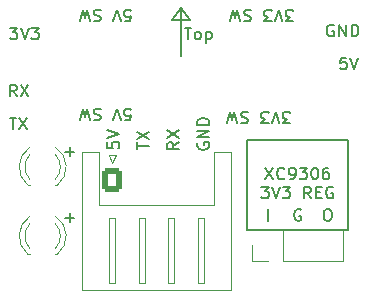
<source format=gbr>
%TF.GenerationSoftware,KiCad,Pcbnew,7.0.9*%
%TF.CreationDate,2025-01-19T19:17:31+09:00*%
%TF.ProjectId,07-OpenMV,30372d4f-7065-46e4-9d56-2e6b69636164,rev?*%
%TF.SameCoordinates,Original*%
%TF.FileFunction,Legend,Top*%
%TF.FilePolarity,Positive*%
%FSLAX46Y46*%
G04 Gerber Fmt 4.6, Leading zero omitted, Abs format (unit mm)*
G04 Created by KiCad (PCBNEW 7.0.9) date 2025-01-19 19:17:31*
%MOMM*%
%LPD*%
G01*
G04 APERTURE LIST*
G04 Aperture macros list*
%AMRoundRect*
0 Rectangle with rounded corners*
0 $1 Rounding radius*
0 $2 $3 $4 $5 $6 $7 $8 $9 X,Y pos of 4 corners*
0 Add a 4 corners polygon primitive as box body*
4,1,4,$2,$3,$4,$5,$6,$7,$8,$9,$2,$3,0*
0 Add four circle primitives for the rounded corners*
1,1,$1+$1,$2,$3*
1,1,$1+$1,$4,$5*
1,1,$1+$1,$6,$7*
1,1,$1+$1,$8,$9*
0 Add four rect primitives between the rounded corners*
20,1,$1+$1,$2,$3,$4,$5,0*
20,1,$1+$1,$4,$5,$6,$7,0*
20,1,$1+$1,$6,$7,$8,$9,0*
20,1,$1+$1,$8,$9,$2,$3,0*%
G04 Aperture macros list end*
%ADD10C,0.150000*%
%ADD11C,0.120000*%
%ADD12O,1.700000X1.950000*%
%ADD13RoundRect,0.250000X-0.600000X-0.725000X0.600000X-0.725000X0.600000X0.725000X-0.600000X0.725000X0*%
%ADD14C,1.524000*%
%ADD15C,1.800000*%
%ADD16O,1.700000X1.700000*%
%ADD17R,1.700000X1.700000*%
%ADD18R,1.800000X1.800000*%
G04 APERTURE END LIST*
D10*
X106045048Y-98040866D02*
X106806953Y-98040866D01*
X106426000Y-98421819D02*
X106426000Y-97659914D01*
X106045048Y-92452866D02*
X106806953Y-92452866D01*
X106426000Y-92833819D02*
X106426000Y-92071914D01*
X111093047Y-81394180D02*
X111569237Y-81394180D01*
X111569237Y-81394180D02*
X111616856Y-80917990D01*
X111616856Y-80917990D02*
X111569237Y-80965609D01*
X111569237Y-80965609D02*
X111473999Y-81013228D01*
X111473999Y-81013228D02*
X111235904Y-81013228D01*
X111235904Y-81013228D02*
X111140666Y-80965609D01*
X111140666Y-80965609D02*
X111093047Y-80917990D01*
X111093047Y-80917990D02*
X111045428Y-80822752D01*
X111045428Y-80822752D02*
X111045428Y-80584657D01*
X111045428Y-80584657D02*
X111093047Y-80489419D01*
X111093047Y-80489419D02*
X111140666Y-80441800D01*
X111140666Y-80441800D02*
X111235904Y-80394180D01*
X111235904Y-80394180D02*
X111473999Y-80394180D01*
X111473999Y-80394180D02*
X111569237Y-80441800D01*
X111569237Y-80441800D02*
X111616856Y-80489419D01*
X110759713Y-81394180D02*
X110426380Y-80394180D01*
X110426380Y-80394180D02*
X110093047Y-81394180D01*
X109045427Y-80441800D02*
X108902570Y-80394180D01*
X108902570Y-80394180D02*
X108664475Y-80394180D01*
X108664475Y-80394180D02*
X108569237Y-80441800D01*
X108569237Y-80441800D02*
X108521618Y-80489419D01*
X108521618Y-80489419D02*
X108473999Y-80584657D01*
X108473999Y-80584657D02*
X108473999Y-80679895D01*
X108473999Y-80679895D02*
X108521618Y-80775133D01*
X108521618Y-80775133D02*
X108569237Y-80822752D01*
X108569237Y-80822752D02*
X108664475Y-80870371D01*
X108664475Y-80870371D02*
X108854951Y-80917990D01*
X108854951Y-80917990D02*
X108950189Y-80965609D01*
X108950189Y-80965609D02*
X108997808Y-81013228D01*
X108997808Y-81013228D02*
X109045427Y-81108466D01*
X109045427Y-81108466D02*
X109045427Y-81203704D01*
X109045427Y-81203704D02*
X108997808Y-81298942D01*
X108997808Y-81298942D02*
X108950189Y-81346561D01*
X108950189Y-81346561D02*
X108854951Y-81394180D01*
X108854951Y-81394180D02*
X108616856Y-81394180D01*
X108616856Y-81394180D02*
X108473999Y-81346561D01*
X108140665Y-81394180D02*
X107902570Y-80394180D01*
X107902570Y-80394180D02*
X107712094Y-81108466D01*
X107712094Y-81108466D02*
X107521618Y-80394180D01*
X107521618Y-80394180D02*
X107283523Y-81394180D01*
X125348666Y-81394180D02*
X124729619Y-81394180D01*
X124729619Y-81394180D02*
X125062952Y-81013228D01*
X125062952Y-81013228D02*
X124920095Y-81013228D01*
X124920095Y-81013228D02*
X124824857Y-80965609D01*
X124824857Y-80965609D02*
X124777238Y-80917990D01*
X124777238Y-80917990D02*
X124729619Y-80822752D01*
X124729619Y-80822752D02*
X124729619Y-80584657D01*
X124729619Y-80584657D02*
X124777238Y-80489419D01*
X124777238Y-80489419D02*
X124824857Y-80441800D01*
X124824857Y-80441800D02*
X124920095Y-80394180D01*
X124920095Y-80394180D02*
X125205809Y-80394180D01*
X125205809Y-80394180D02*
X125301047Y-80441800D01*
X125301047Y-80441800D02*
X125348666Y-80489419D01*
X124443904Y-81394180D02*
X124110571Y-80394180D01*
X124110571Y-80394180D02*
X123777238Y-81394180D01*
X123539142Y-81394180D02*
X122920095Y-81394180D01*
X122920095Y-81394180D02*
X123253428Y-81013228D01*
X123253428Y-81013228D02*
X123110571Y-81013228D01*
X123110571Y-81013228D02*
X123015333Y-80965609D01*
X123015333Y-80965609D02*
X122967714Y-80917990D01*
X122967714Y-80917990D02*
X122920095Y-80822752D01*
X122920095Y-80822752D02*
X122920095Y-80584657D01*
X122920095Y-80584657D02*
X122967714Y-80489419D01*
X122967714Y-80489419D02*
X123015333Y-80441800D01*
X123015333Y-80441800D02*
X123110571Y-80394180D01*
X123110571Y-80394180D02*
X123396285Y-80394180D01*
X123396285Y-80394180D02*
X123491523Y-80441800D01*
X123491523Y-80441800D02*
X123539142Y-80489419D01*
X121777237Y-80441800D02*
X121634380Y-80394180D01*
X121634380Y-80394180D02*
X121396285Y-80394180D01*
X121396285Y-80394180D02*
X121301047Y-80441800D01*
X121301047Y-80441800D02*
X121253428Y-80489419D01*
X121253428Y-80489419D02*
X121205809Y-80584657D01*
X121205809Y-80584657D02*
X121205809Y-80679895D01*
X121205809Y-80679895D02*
X121253428Y-80775133D01*
X121253428Y-80775133D02*
X121301047Y-80822752D01*
X121301047Y-80822752D02*
X121396285Y-80870371D01*
X121396285Y-80870371D02*
X121586761Y-80917990D01*
X121586761Y-80917990D02*
X121681999Y-80965609D01*
X121681999Y-80965609D02*
X121729618Y-81013228D01*
X121729618Y-81013228D02*
X121777237Y-81108466D01*
X121777237Y-81108466D02*
X121777237Y-81203704D01*
X121777237Y-81203704D02*
X121729618Y-81298942D01*
X121729618Y-81298942D02*
X121681999Y-81346561D01*
X121681999Y-81346561D02*
X121586761Y-81394180D01*
X121586761Y-81394180D02*
X121348666Y-81394180D01*
X121348666Y-81394180D02*
X121205809Y-81346561D01*
X120872475Y-81394180D02*
X120634380Y-80394180D01*
X120634380Y-80394180D02*
X120443904Y-81108466D01*
X120443904Y-81108466D02*
X120253428Y-80394180D01*
X120253428Y-80394180D02*
X120015333Y-81394180D01*
X116157524Y-81927819D02*
X116728952Y-81927819D01*
X116443238Y-82927819D02*
X116443238Y-81927819D01*
X117205143Y-82927819D02*
X117109905Y-82880200D01*
X117109905Y-82880200D02*
X117062286Y-82832580D01*
X117062286Y-82832580D02*
X117014667Y-82737342D01*
X117014667Y-82737342D02*
X117014667Y-82451628D01*
X117014667Y-82451628D02*
X117062286Y-82356390D01*
X117062286Y-82356390D02*
X117109905Y-82308771D01*
X117109905Y-82308771D02*
X117205143Y-82261152D01*
X117205143Y-82261152D02*
X117348000Y-82261152D01*
X117348000Y-82261152D02*
X117443238Y-82308771D01*
X117443238Y-82308771D02*
X117490857Y-82356390D01*
X117490857Y-82356390D02*
X117538476Y-82451628D01*
X117538476Y-82451628D02*
X117538476Y-82737342D01*
X117538476Y-82737342D02*
X117490857Y-82832580D01*
X117490857Y-82832580D02*
X117443238Y-82880200D01*
X117443238Y-82880200D02*
X117348000Y-82927819D01*
X117348000Y-82927819D02*
X117205143Y-82927819D01*
X117967048Y-82261152D02*
X117967048Y-83261152D01*
X117967048Y-82308771D02*
X118062286Y-82261152D01*
X118062286Y-82261152D02*
X118252762Y-82261152D01*
X118252762Y-82261152D02*
X118348000Y-82308771D01*
X118348000Y-82308771D02*
X118395619Y-82356390D01*
X118395619Y-82356390D02*
X118443238Y-82451628D01*
X118443238Y-82451628D02*
X118443238Y-82737342D01*
X118443238Y-82737342D02*
X118395619Y-82832580D01*
X118395619Y-82832580D02*
X118348000Y-82880200D01*
X118348000Y-82880200D02*
X118252762Y-82927819D01*
X118252762Y-82927819D02*
X118062286Y-82927819D01*
X118062286Y-82927819D02*
X117967048Y-82880200D01*
X116586000Y-81280000D02*
X115824000Y-80264000D01*
X115062000Y-81280000D02*
X116586000Y-81280000D01*
X115824000Y-80264000D02*
X115062000Y-81280000D01*
X115824000Y-84328000D02*
X115824000Y-80264000D01*
X117281438Y-91693904D02*
X117233819Y-91789142D01*
X117233819Y-91789142D02*
X117233819Y-91931999D01*
X117233819Y-91931999D02*
X117281438Y-92074856D01*
X117281438Y-92074856D02*
X117376676Y-92170094D01*
X117376676Y-92170094D02*
X117471914Y-92217713D01*
X117471914Y-92217713D02*
X117662390Y-92265332D01*
X117662390Y-92265332D02*
X117805247Y-92265332D01*
X117805247Y-92265332D02*
X117995723Y-92217713D01*
X117995723Y-92217713D02*
X118090961Y-92170094D01*
X118090961Y-92170094D02*
X118186200Y-92074856D01*
X118186200Y-92074856D02*
X118233819Y-91931999D01*
X118233819Y-91931999D02*
X118233819Y-91836761D01*
X118233819Y-91836761D02*
X118186200Y-91693904D01*
X118186200Y-91693904D02*
X118138580Y-91646285D01*
X118138580Y-91646285D02*
X117805247Y-91646285D01*
X117805247Y-91646285D02*
X117805247Y-91836761D01*
X118233819Y-91217713D02*
X117233819Y-91217713D01*
X117233819Y-91217713D02*
X118233819Y-90646285D01*
X118233819Y-90646285D02*
X117233819Y-90646285D01*
X118233819Y-90170094D02*
X117233819Y-90170094D01*
X117233819Y-90170094D02*
X117233819Y-89931999D01*
X117233819Y-89931999D02*
X117281438Y-89789142D01*
X117281438Y-89789142D02*
X117376676Y-89693904D01*
X117376676Y-89693904D02*
X117471914Y-89646285D01*
X117471914Y-89646285D02*
X117662390Y-89598666D01*
X117662390Y-89598666D02*
X117805247Y-89598666D01*
X117805247Y-89598666D02*
X117995723Y-89646285D01*
X117995723Y-89646285D02*
X118090961Y-89693904D01*
X118090961Y-89693904D02*
X118186200Y-89789142D01*
X118186200Y-89789142D02*
X118233819Y-89931999D01*
X118233819Y-89931999D02*
X118233819Y-90170094D01*
X112153819Y-92201904D02*
X112153819Y-91630476D01*
X113153819Y-91916190D02*
X112153819Y-91916190D01*
X112153819Y-91392380D02*
X113153819Y-90725714D01*
X112153819Y-90725714D02*
X113153819Y-91392380D01*
X115693819Y-91606666D02*
X115217628Y-91939999D01*
X115693819Y-92178094D02*
X114693819Y-92178094D01*
X114693819Y-92178094D02*
X114693819Y-91797142D01*
X114693819Y-91797142D02*
X114741438Y-91701904D01*
X114741438Y-91701904D02*
X114789057Y-91654285D01*
X114789057Y-91654285D02*
X114884295Y-91606666D01*
X114884295Y-91606666D02*
X115027152Y-91606666D01*
X115027152Y-91606666D02*
X115122390Y-91654285D01*
X115122390Y-91654285D02*
X115170009Y-91701904D01*
X115170009Y-91701904D02*
X115217628Y-91797142D01*
X115217628Y-91797142D02*
X115217628Y-92178094D01*
X114693819Y-91273332D02*
X115693819Y-90606666D01*
X114693819Y-90606666D02*
X115693819Y-91273332D01*
X109613819Y-91630476D02*
X109613819Y-92106666D01*
X109613819Y-92106666D02*
X110090009Y-92154285D01*
X110090009Y-92154285D02*
X110042390Y-92106666D01*
X110042390Y-92106666D02*
X109994771Y-92011428D01*
X109994771Y-92011428D02*
X109994771Y-91773333D01*
X109994771Y-91773333D02*
X110042390Y-91678095D01*
X110042390Y-91678095D02*
X110090009Y-91630476D01*
X110090009Y-91630476D02*
X110185247Y-91582857D01*
X110185247Y-91582857D02*
X110423342Y-91582857D01*
X110423342Y-91582857D02*
X110518580Y-91630476D01*
X110518580Y-91630476D02*
X110566200Y-91678095D01*
X110566200Y-91678095D02*
X110613819Y-91773333D01*
X110613819Y-91773333D02*
X110613819Y-92011428D01*
X110613819Y-92011428D02*
X110566200Y-92106666D01*
X110566200Y-92106666D02*
X110518580Y-92154285D01*
X109613819Y-91297142D02*
X110613819Y-90963809D01*
X110613819Y-90963809D02*
X109613819Y-90630476D01*
X129857523Y-84467819D02*
X129381333Y-84467819D01*
X129381333Y-84467819D02*
X129333714Y-84944009D01*
X129333714Y-84944009D02*
X129381333Y-84896390D01*
X129381333Y-84896390D02*
X129476571Y-84848771D01*
X129476571Y-84848771D02*
X129714666Y-84848771D01*
X129714666Y-84848771D02*
X129809904Y-84896390D01*
X129809904Y-84896390D02*
X129857523Y-84944009D01*
X129857523Y-84944009D02*
X129905142Y-85039247D01*
X129905142Y-85039247D02*
X129905142Y-85277342D01*
X129905142Y-85277342D02*
X129857523Y-85372580D01*
X129857523Y-85372580D02*
X129809904Y-85420200D01*
X129809904Y-85420200D02*
X129714666Y-85467819D01*
X129714666Y-85467819D02*
X129476571Y-85467819D01*
X129476571Y-85467819D02*
X129381333Y-85420200D01*
X129381333Y-85420200D02*
X129333714Y-85372580D01*
X130190857Y-84467819D02*
X130524190Y-85467819D01*
X130524190Y-85467819D02*
X130857523Y-84467819D01*
X128778095Y-81721438D02*
X128682857Y-81673819D01*
X128682857Y-81673819D02*
X128540000Y-81673819D01*
X128540000Y-81673819D02*
X128397143Y-81721438D01*
X128397143Y-81721438D02*
X128301905Y-81816676D01*
X128301905Y-81816676D02*
X128254286Y-81911914D01*
X128254286Y-81911914D02*
X128206667Y-82102390D01*
X128206667Y-82102390D02*
X128206667Y-82245247D01*
X128206667Y-82245247D02*
X128254286Y-82435723D01*
X128254286Y-82435723D02*
X128301905Y-82530961D01*
X128301905Y-82530961D02*
X128397143Y-82626200D01*
X128397143Y-82626200D02*
X128540000Y-82673819D01*
X128540000Y-82673819D02*
X128635238Y-82673819D01*
X128635238Y-82673819D02*
X128778095Y-82626200D01*
X128778095Y-82626200D02*
X128825714Y-82578580D01*
X128825714Y-82578580D02*
X128825714Y-82245247D01*
X128825714Y-82245247D02*
X128635238Y-82245247D01*
X129254286Y-82673819D02*
X129254286Y-81673819D01*
X129254286Y-81673819D02*
X129825714Y-82673819D01*
X129825714Y-82673819D02*
X129825714Y-81673819D01*
X130301905Y-82673819D02*
X130301905Y-81673819D01*
X130301905Y-81673819D02*
X130540000Y-81673819D01*
X130540000Y-81673819D02*
X130682857Y-81721438D01*
X130682857Y-81721438D02*
X130778095Y-81816676D01*
X130778095Y-81816676D02*
X130825714Y-81911914D01*
X130825714Y-81911914D02*
X130873333Y-82102390D01*
X130873333Y-82102390D02*
X130873333Y-82245247D01*
X130873333Y-82245247D02*
X130825714Y-82435723D01*
X130825714Y-82435723D02*
X130778095Y-82530961D01*
X130778095Y-82530961D02*
X130682857Y-82626200D01*
X130682857Y-82626200D02*
X130540000Y-82673819D01*
X130540000Y-82673819D02*
X130301905Y-82673819D01*
X101346095Y-89547819D02*
X101917523Y-89547819D01*
X101631809Y-90547819D02*
X101631809Y-89547819D01*
X102155619Y-89547819D02*
X102822285Y-90547819D01*
X102822285Y-89547819D02*
X102155619Y-90547819D01*
X101941333Y-87753819D02*
X101608000Y-87277628D01*
X101369905Y-87753819D02*
X101369905Y-86753819D01*
X101369905Y-86753819D02*
X101750857Y-86753819D01*
X101750857Y-86753819D02*
X101846095Y-86801438D01*
X101846095Y-86801438D02*
X101893714Y-86849057D01*
X101893714Y-86849057D02*
X101941333Y-86944295D01*
X101941333Y-86944295D02*
X101941333Y-87087152D01*
X101941333Y-87087152D02*
X101893714Y-87182390D01*
X101893714Y-87182390D02*
X101846095Y-87230009D01*
X101846095Y-87230009D02*
X101750857Y-87277628D01*
X101750857Y-87277628D02*
X101369905Y-87277628D01*
X102274667Y-86753819D02*
X102941333Y-87753819D01*
X102941333Y-86753819D02*
X102274667Y-87753819D01*
X101377905Y-81927819D02*
X101996952Y-81927819D01*
X101996952Y-81927819D02*
X101663619Y-82308771D01*
X101663619Y-82308771D02*
X101806476Y-82308771D01*
X101806476Y-82308771D02*
X101901714Y-82356390D01*
X101901714Y-82356390D02*
X101949333Y-82404009D01*
X101949333Y-82404009D02*
X101996952Y-82499247D01*
X101996952Y-82499247D02*
X101996952Y-82737342D01*
X101996952Y-82737342D02*
X101949333Y-82832580D01*
X101949333Y-82832580D02*
X101901714Y-82880200D01*
X101901714Y-82880200D02*
X101806476Y-82927819D01*
X101806476Y-82927819D02*
X101520762Y-82927819D01*
X101520762Y-82927819D02*
X101425524Y-82880200D01*
X101425524Y-82880200D02*
X101377905Y-82832580D01*
X102282667Y-81927819D02*
X102616000Y-82927819D01*
X102616000Y-82927819D02*
X102949333Y-81927819D01*
X103187429Y-81927819D02*
X103806476Y-81927819D01*
X103806476Y-81927819D02*
X103473143Y-82308771D01*
X103473143Y-82308771D02*
X103616000Y-82308771D01*
X103616000Y-82308771D02*
X103711238Y-82356390D01*
X103711238Y-82356390D02*
X103758857Y-82404009D01*
X103758857Y-82404009D02*
X103806476Y-82499247D01*
X103806476Y-82499247D02*
X103806476Y-82737342D01*
X103806476Y-82737342D02*
X103758857Y-82832580D01*
X103758857Y-82832580D02*
X103711238Y-82880200D01*
X103711238Y-82880200D02*
X103616000Y-82927819D01*
X103616000Y-82927819D02*
X103330286Y-82927819D01*
X103330286Y-82927819D02*
X103235048Y-82880200D01*
X103235048Y-82880200D02*
X103187429Y-82832580D01*
X125094666Y-90030180D02*
X124475619Y-90030180D01*
X124475619Y-90030180D02*
X124808952Y-89649228D01*
X124808952Y-89649228D02*
X124666095Y-89649228D01*
X124666095Y-89649228D02*
X124570857Y-89601609D01*
X124570857Y-89601609D02*
X124523238Y-89553990D01*
X124523238Y-89553990D02*
X124475619Y-89458752D01*
X124475619Y-89458752D02*
X124475619Y-89220657D01*
X124475619Y-89220657D02*
X124523238Y-89125419D01*
X124523238Y-89125419D02*
X124570857Y-89077800D01*
X124570857Y-89077800D02*
X124666095Y-89030180D01*
X124666095Y-89030180D02*
X124951809Y-89030180D01*
X124951809Y-89030180D02*
X125047047Y-89077800D01*
X125047047Y-89077800D02*
X125094666Y-89125419D01*
X124189904Y-90030180D02*
X123856571Y-89030180D01*
X123856571Y-89030180D02*
X123523238Y-90030180D01*
X123285142Y-90030180D02*
X122666095Y-90030180D01*
X122666095Y-90030180D02*
X122999428Y-89649228D01*
X122999428Y-89649228D02*
X122856571Y-89649228D01*
X122856571Y-89649228D02*
X122761333Y-89601609D01*
X122761333Y-89601609D02*
X122713714Y-89553990D01*
X122713714Y-89553990D02*
X122666095Y-89458752D01*
X122666095Y-89458752D02*
X122666095Y-89220657D01*
X122666095Y-89220657D02*
X122713714Y-89125419D01*
X122713714Y-89125419D02*
X122761333Y-89077800D01*
X122761333Y-89077800D02*
X122856571Y-89030180D01*
X122856571Y-89030180D02*
X123142285Y-89030180D01*
X123142285Y-89030180D02*
X123237523Y-89077800D01*
X123237523Y-89077800D02*
X123285142Y-89125419D01*
X121523237Y-89077800D02*
X121380380Y-89030180D01*
X121380380Y-89030180D02*
X121142285Y-89030180D01*
X121142285Y-89030180D02*
X121047047Y-89077800D01*
X121047047Y-89077800D02*
X120999428Y-89125419D01*
X120999428Y-89125419D02*
X120951809Y-89220657D01*
X120951809Y-89220657D02*
X120951809Y-89315895D01*
X120951809Y-89315895D02*
X120999428Y-89411133D01*
X120999428Y-89411133D02*
X121047047Y-89458752D01*
X121047047Y-89458752D02*
X121142285Y-89506371D01*
X121142285Y-89506371D02*
X121332761Y-89553990D01*
X121332761Y-89553990D02*
X121427999Y-89601609D01*
X121427999Y-89601609D02*
X121475618Y-89649228D01*
X121475618Y-89649228D02*
X121523237Y-89744466D01*
X121523237Y-89744466D02*
X121523237Y-89839704D01*
X121523237Y-89839704D02*
X121475618Y-89934942D01*
X121475618Y-89934942D02*
X121427999Y-89982561D01*
X121427999Y-89982561D02*
X121332761Y-90030180D01*
X121332761Y-90030180D02*
X121094666Y-90030180D01*
X121094666Y-90030180D02*
X120951809Y-89982561D01*
X120618475Y-90030180D02*
X120380380Y-89030180D01*
X120380380Y-89030180D02*
X120189904Y-89744466D01*
X120189904Y-89744466D02*
X119999428Y-89030180D01*
X119999428Y-89030180D02*
X119761333Y-90030180D01*
X111093047Y-89776180D02*
X111569237Y-89776180D01*
X111569237Y-89776180D02*
X111616856Y-89299990D01*
X111616856Y-89299990D02*
X111569237Y-89347609D01*
X111569237Y-89347609D02*
X111473999Y-89395228D01*
X111473999Y-89395228D02*
X111235904Y-89395228D01*
X111235904Y-89395228D02*
X111140666Y-89347609D01*
X111140666Y-89347609D02*
X111093047Y-89299990D01*
X111093047Y-89299990D02*
X111045428Y-89204752D01*
X111045428Y-89204752D02*
X111045428Y-88966657D01*
X111045428Y-88966657D02*
X111093047Y-88871419D01*
X111093047Y-88871419D02*
X111140666Y-88823800D01*
X111140666Y-88823800D02*
X111235904Y-88776180D01*
X111235904Y-88776180D02*
X111473999Y-88776180D01*
X111473999Y-88776180D02*
X111569237Y-88823800D01*
X111569237Y-88823800D02*
X111616856Y-88871419D01*
X110759713Y-89776180D02*
X110426380Y-88776180D01*
X110426380Y-88776180D02*
X110093047Y-89776180D01*
X109045427Y-88823800D02*
X108902570Y-88776180D01*
X108902570Y-88776180D02*
X108664475Y-88776180D01*
X108664475Y-88776180D02*
X108569237Y-88823800D01*
X108569237Y-88823800D02*
X108521618Y-88871419D01*
X108521618Y-88871419D02*
X108473999Y-88966657D01*
X108473999Y-88966657D02*
X108473999Y-89061895D01*
X108473999Y-89061895D02*
X108521618Y-89157133D01*
X108521618Y-89157133D02*
X108569237Y-89204752D01*
X108569237Y-89204752D02*
X108664475Y-89252371D01*
X108664475Y-89252371D02*
X108854951Y-89299990D01*
X108854951Y-89299990D02*
X108950189Y-89347609D01*
X108950189Y-89347609D02*
X108997808Y-89395228D01*
X108997808Y-89395228D02*
X109045427Y-89490466D01*
X109045427Y-89490466D02*
X109045427Y-89585704D01*
X109045427Y-89585704D02*
X108997808Y-89680942D01*
X108997808Y-89680942D02*
X108950189Y-89728561D01*
X108950189Y-89728561D02*
X108854951Y-89776180D01*
X108854951Y-89776180D02*
X108616856Y-89776180D01*
X108616856Y-89776180D02*
X108473999Y-89728561D01*
X108140665Y-89776180D02*
X107902570Y-88776180D01*
X107902570Y-88776180D02*
X107712094Y-89490466D01*
X107712094Y-89490466D02*
X107521618Y-88776180D01*
X107521618Y-88776180D02*
X107283523Y-89776180D01*
X128174762Y-97294819D02*
X128365238Y-97294819D01*
X128365238Y-97294819D02*
X128460476Y-97342438D01*
X128460476Y-97342438D02*
X128555714Y-97437676D01*
X128555714Y-97437676D02*
X128603333Y-97628152D01*
X128603333Y-97628152D02*
X128603333Y-97961485D01*
X128603333Y-97961485D02*
X128555714Y-98151961D01*
X128555714Y-98151961D02*
X128460476Y-98247200D01*
X128460476Y-98247200D02*
X128365238Y-98294819D01*
X128365238Y-98294819D02*
X128174762Y-98294819D01*
X128174762Y-98294819D02*
X128079524Y-98247200D01*
X128079524Y-98247200D02*
X127984286Y-98151961D01*
X127984286Y-98151961D02*
X127936667Y-97961485D01*
X127936667Y-97961485D02*
X127936667Y-97628152D01*
X127936667Y-97628152D02*
X127984286Y-97437676D01*
X127984286Y-97437676D02*
X128079524Y-97342438D01*
X128079524Y-97342438D02*
X128174762Y-97294819D01*
X125991904Y-97342438D02*
X125896666Y-97294819D01*
X125896666Y-97294819D02*
X125753809Y-97294819D01*
X125753809Y-97294819D02*
X125610952Y-97342438D01*
X125610952Y-97342438D02*
X125515714Y-97437676D01*
X125515714Y-97437676D02*
X125468095Y-97532914D01*
X125468095Y-97532914D02*
X125420476Y-97723390D01*
X125420476Y-97723390D02*
X125420476Y-97866247D01*
X125420476Y-97866247D02*
X125468095Y-98056723D01*
X125468095Y-98056723D02*
X125515714Y-98151961D01*
X125515714Y-98151961D02*
X125610952Y-98247200D01*
X125610952Y-98247200D02*
X125753809Y-98294819D01*
X125753809Y-98294819D02*
X125849047Y-98294819D01*
X125849047Y-98294819D02*
X125991904Y-98247200D01*
X125991904Y-98247200D02*
X126039523Y-98199580D01*
X126039523Y-98199580D02*
X126039523Y-97866247D01*
X126039523Y-97866247D02*
X125849047Y-97866247D01*
X123190000Y-98294819D02*
X123190000Y-97294819D01*
X122991905Y-93779819D02*
X123658571Y-94779819D01*
X123658571Y-93779819D02*
X122991905Y-94779819D01*
X124610952Y-94684580D02*
X124563333Y-94732200D01*
X124563333Y-94732200D02*
X124420476Y-94779819D01*
X124420476Y-94779819D02*
X124325238Y-94779819D01*
X124325238Y-94779819D02*
X124182381Y-94732200D01*
X124182381Y-94732200D02*
X124087143Y-94636961D01*
X124087143Y-94636961D02*
X124039524Y-94541723D01*
X124039524Y-94541723D02*
X123991905Y-94351247D01*
X123991905Y-94351247D02*
X123991905Y-94208390D01*
X123991905Y-94208390D02*
X124039524Y-94017914D01*
X124039524Y-94017914D02*
X124087143Y-93922676D01*
X124087143Y-93922676D02*
X124182381Y-93827438D01*
X124182381Y-93827438D02*
X124325238Y-93779819D01*
X124325238Y-93779819D02*
X124420476Y-93779819D01*
X124420476Y-93779819D02*
X124563333Y-93827438D01*
X124563333Y-93827438D02*
X124610952Y-93875057D01*
X125087143Y-94779819D02*
X125277619Y-94779819D01*
X125277619Y-94779819D02*
X125372857Y-94732200D01*
X125372857Y-94732200D02*
X125420476Y-94684580D01*
X125420476Y-94684580D02*
X125515714Y-94541723D01*
X125515714Y-94541723D02*
X125563333Y-94351247D01*
X125563333Y-94351247D02*
X125563333Y-93970295D01*
X125563333Y-93970295D02*
X125515714Y-93875057D01*
X125515714Y-93875057D02*
X125468095Y-93827438D01*
X125468095Y-93827438D02*
X125372857Y-93779819D01*
X125372857Y-93779819D02*
X125182381Y-93779819D01*
X125182381Y-93779819D02*
X125087143Y-93827438D01*
X125087143Y-93827438D02*
X125039524Y-93875057D01*
X125039524Y-93875057D02*
X124991905Y-93970295D01*
X124991905Y-93970295D02*
X124991905Y-94208390D01*
X124991905Y-94208390D02*
X125039524Y-94303628D01*
X125039524Y-94303628D02*
X125087143Y-94351247D01*
X125087143Y-94351247D02*
X125182381Y-94398866D01*
X125182381Y-94398866D02*
X125372857Y-94398866D01*
X125372857Y-94398866D02*
X125468095Y-94351247D01*
X125468095Y-94351247D02*
X125515714Y-94303628D01*
X125515714Y-94303628D02*
X125563333Y-94208390D01*
X125896667Y-93779819D02*
X126515714Y-93779819D01*
X126515714Y-93779819D02*
X126182381Y-94160771D01*
X126182381Y-94160771D02*
X126325238Y-94160771D01*
X126325238Y-94160771D02*
X126420476Y-94208390D01*
X126420476Y-94208390D02*
X126468095Y-94256009D01*
X126468095Y-94256009D02*
X126515714Y-94351247D01*
X126515714Y-94351247D02*
X126515714Y-94589342D01*
X126515714Y-94589342D02*
X126468095Y-94684580D01*
X126468095Y-94684580D02*
X126420476Y-94732200D01*
X126420476Y-94732200D02*
X126325238Y-94779819D01*
X126325238Y-94779819D02*
X126039524Y-94779819D01*
X126039524Y-94779819D02*
X125944286Y-94732200D01*
X125944286Y-94732200D02*
X125896667Y-94684580D01*
X127134762Y-93779819D02*
X127230000Y-93779819D01*
X127230000Y-93779819D02*
X127325238Y-93827438D01*
X127325238Y-93827438D02*
X127372857Y-93875057D01*
X127372857Y-93875057D02*
X127420476Y-93970295D01*
X127420476Y-93970295D02*
X127468095Y-94160771D01*
X127468095Y-94160771D02*
X127468095Y-94398866D01*
X127468095Y-94398866D02*
X127420476Y-94589342D01*
X127420476Y-94589342D02*
X127372857Y-94684580D01*
X127372857Y-94684580D02*
X127325238Y-94732200D01*
X127325238Y-94732200D02*
X127230000Y-94779819D01*
X127230000Y-94779819D02*
X127134762Y-94779819D01*
X127134762Y-94779819D02*
X127039524Y-94732200D01*
X127039524Y-94732200D02*
X126991905Y-94684580D01*
X126991905Y-94684580D02*
X126944286Y-94589342D01*
X126944286Y-94589342D02*
X126896667Y-94398866D01*
X126896667Y-94398866D02*
X126896667Y-94160771D01*
X126896667Y-94160771D02*
X126944286Y-93970295D01*
X126944286Y-93970295D02*
X126991905Y-93875057D01*
X126991905Y-93875057D02*
X127039524Y-93827438D01*
X127039524Y-93827438D02*
X127134762Y-93779819D01*
X128325238Y-93779819D02*
X128134762Y-93779819D01*
X128134762Y-93779819D02*
X128039524Y-93827438D01*
X128039524Y-93827438D02*
X127991905Y-93875057D01*
X127991905Y-93875057D02*
X127896667Y-94017914D01*
X127896667Y-94017914D02*
X127849048Y-94208390D01*
X127849048Y-94208390D02*
X127849048Y-94589342D01*
X127849048Y-94589342D02*
X127896667Y-94684580D01*
X127896667Y-94684580D02*
X127944286Y-94732200D01*
X127944286Y-94732200D02*
X128039524Y-94779819D01*
X128039524Y-94779819D02*
X128230000Y-94779819D01*
X128230000Y-94779819D02*
X128325238Y-94732200D01*
X128325238Y-94732200D02*
X128372857Y-94684580D01*
X128372857Y-94684580D02*
X128420476Y-94589342D01*
X128420476Y-94589342D02*
X128420476Y-94351247D01*
X128420476Y-94351247D02*
X128372857Y-94256009D01*
X128372857Y-94256009D02*
X128325238Y-94208390D01*
X128325238Y-94208390D02*
X128230000Y-94160771D01*
X128230000Y-94160771D02*
X128039524Y-94160771D01*
X128039524Y-94160771D02*
X127944286Y-94208390D01*
X127944286Y-94208390D02*
X127896667Y-94256009D01*
X127896667Y-94256009D02*
X127849048Y-94351247D01*
X122658571Y-95389819D02*
X123277618Y-95389819D01*
X123277618Y-95389819D02*
X122944285Y-95770771D01*
X122944285Y-95770771D02*
X123087142Y-95770771D01*
X123087142Y-95770771D02*
X123182380Y-95818390D01*
X123182380Y-95818390D02*
X123229999Y-95866009D01*
X123229999Y-95866009D02*
X123277618Y-95961247D01*
X123277618Y-95961247D02*
X123277618Y-96199342D01*
X123277618Y-96199342D02*
X123229999Y-96294580D01*
X123229999Y-96294580D02*
X123182380Y-96342200D01*
X123182380Y-96342200D02*
X123087142Y-96389819D01*
X123087142Y-96389819D02*
X122801428Y-96389819D01*
X122801428Y-96389819D02*
X122706190Y-96342200D01*
X122706190Y-96342200D02*
X122658571Y-96294580D01*
X123563333Y-95389819D02*
X123896666Y-96389819D01*
X123896666Y-96389819D02*
X124229999Y-95389819D01*
X124468095Y-95389819D02*
X125087142Y-95389819D01*
X125087142Y-95389819D02*
X124753809Y-95770771D01*
X124753809Y-95770771D02*
X124896666Y-95770771D01*
X124896666Y-95770771D02*
X124991904Y-95818390D01*
X124991904Y-95818390D02*
X125039523Y-95866009D01*
X125039523Y-95866009D02*
X125087142Y-95961247D01*
X125087142Y-95961247D02*
X125087142Y-96199342D01*
X125087142Y-96199342D02*
X125039523Y-96294580D01*
X125039523Y-96294580D02*
X124991904Y-96342200D01*
X124991904Y-96342200D02*
X124896666Y-96389819D01*
X124896666Y-96389819D02*
X124610952Y-96389819D01*
X124610952Y-96389819D02*
X124515714Y-96342200D01*
X124515714Y-96342200D02*
X124468095Y-96294580D01*
X126849047Y-96389819D02*
X126515714Y-95913628D01*
X126277619Y-96389819D02*
X126277619Y-95389819D01*
X126277619Y-95389819D02*
X126658571Y-95389819D01*
X126658571Y-95389819D02*
X126753809Y-95437438D01*
X126753809Y-95437438D02*
X126801428Y-95485057D01*
X126801428Y-95485057D02*
X126849047Y-95580295D01*
X126849047Y-95580295D02*
X126849047Y-95723152D01*
X126849047Y-95723152D02*
X126801428Y-95818390D01*
X126801428Y-95818390D02*
X126753809Y-95866009D01*
X126753809Y-95866009D02*
X126658571Y-95913628D01*
X126658571Y-95913628D02*
X126277619Y-95913628D01*
X127277619Y-95866009D02*
X127610952Y-95866009D01*
X127753809Y-96389819D02*
X127277619Y-96389819D01*
X127277619Y-96389819D02*
X127277619Y-95389819D01*
X127277619Y-95389819D02*
X127753809Y-95389819D01*
X128706190Y-95437438D02*
X128610952Y-95389819D01*
X128610952Y-95389819D02*
X128468095Y-95389819D01*
X128468095Y-95389819D02*
X128325238Y-95437438D01*
X128325238Y-95437438D02*
X128230000Y-95532676D01*
X128230000Y-95532676D02*
X128182381Y-95627914D01*
X128182381Y-95627914D02*
X128134762Y-95818390D01*
X128134762Y-95818390D02*
X128134762Y-95961247D01*
X128134762Y-95961247D02*
X128182381Y-96151723D01*
X128182381Y-96151723D02*
X128230000Y-96246961D01*
X128230000Y-96246961D02*
X128325238Y-96342200D01*
X128325238Y-96342200D02*
X128468095Y-96389819D01*
X128468095Y-96389819D02*
X128563333Y-96389819D01*
X128563333Y-96389819D02*
X128706190Y-96342200D01*
X128706190Y-96342200D02*
X128753809Y-96294580D01*
X128753809Y-96294580D02*
X128753809Y-95961247D01*
X128753809Y-95961247D02*
X128563333Y-95961247D01*
X121480000Y-91460000D02*
X129980000Y-91460000D01*
X129980000Y-99060000D01*
X121480000Y-99060000D01*
X121480000Y-91460000D01*
D11*
%TO.C,J3*%
X115292000Y-103548000D02*
X115292000Y-98048000D01*
X114792000Y-103548000D02*
X115292000Y-103548000D01*
X117292000Y-98048000D02*
X117292000Y-103548000D01*
X108902000Y-96938000D02*
X113792000Y-96938000D01*
X107482000Y-104158000D02*
X107482000Y-92438000D01*
X117792000Y-103548000D02*
X117792000Y-98048000D01*
X112292000Y-98048000D02*
X112292000Y-103548000D01*
X120102000Y-104158000D02*
X120102000Y-92438000D01*
X107482000Y-92438000D02*
X108902000Y-92438000D01*
X110292000Y-103548000D02*
X110292000Y-98048000D01*
X109792000Y-98048000D02*
X109792000Y-103548000D01*
X113792000Y-104158000D02*
X120102000Y-104158000D01*
X112292000Y-103548000D02*
X112792000Y-103548000D01*
X117292000Y-103548000D02*
X117792000Y-103548000D01*
X110042000Y-93348000D02*
X109742000Y-92748000D01*
X112792000Y-103548000D02*
X112792000Y-98048000D01*
X118682000Y-92438000D02*
X118682000Y-96938000D01*
X109792000Y-103548000D02*
X110292000Y-103548000D01*
X120102000Y-92438000D02*
X118682000Y-92438000D01*
X118682000Y-96938000D02*
X113792000Y-96938000D01*
X112792000Y-98048000D02*
X112292000Y-98048000D01*
X108902000Y-92438000D02*
X108902000Y-96938000D01*
X110342000Y-92748000D02*
X110042000Y-93348000D01*
X117792000Y-98048000D02*
X117292000Y-98048000D01*
X113792000Y-104158000D02*
X107482000Y-104158000D01*
X109742000Y-92748000D02*
X110342000Y-92748000D01*
X114792000Y-98048000D02*
X114792000Y-103548000D01*
X110292000Y-98048000D02*
X109792000Y-98048000D01*
X115292000Y-98048000D02*
X114792000Y-98048000D01*
%TO.C,J4*%
X124460000Y-101660000D02*
X124460000Y-99000000D01*
X121860000Y-101660000D02*
X121860000Y-100330000D01*
X124460000Y-99000000D02*
X129600000Y-99000000D01*
X123190000Y-101660000D02*
X121860000Y-101660000D01*
X124460000Y-101660000D02*
X129600000Y-101660000D01*
X129600000Y-101660000D02*
X129600000Y-99000000D01*
%TO.C,D2*%
X103060164Y-98531871D02*
G75*
G03*
X103060001Y-100613960I1079836J-1041129D01*
G01*
X105375515Y-101132999D02*
G75*
G03*
X105218608Y-97900666I-1235515J1559999D01*
G01*
X103061392Y-97900666D02*
G75*
G03*
X102904485Y-101132999I1078608J-1672334D01*
G01*
X105219999Y-100613960D02*
G75*
G03*
X105219836Y-98531871I-1079999J1040960D01*
G01*
X102904000Y-101133000D02*
X103060000Y-101133000D01*
X105220000Y-101133000D02*
X105376000Y-101133000D01*
%TO.C,D1*%
X103060164Y-92684871D02*
G75*
G03*
X103060001Y-94766960I1079836J-1041129D01*
G01*
X105375515Y-95285999D02*
G75*
G03*
X105218608Y-92053666I-1235515J1559999D01*
G01*
X103061392Y-92053666D02*
G75*
G03*
X102904485Y-95285999I1078608J-1672334D01*
G01*
X105219999Y-94766960D02*
G75*
G03*
X105219836Y-92684871I-1079999J1040960D01*
G01*
X102904000Y-95286000D02*
X103060000Y-95286000D01*
X105220000Y-95286000D02*
X105376000Y-95286000D01*
%TD*%
%LPC*%
D12*
%TO.C,J3*%
X117542000Y-94848000D03*
X115042000Y-94848000D03*
X112542000Y-94848000D03*
D13*
X110042000Y-94848000D03*
%TD*%
D14*
%TO.C,SW2*%
X120310000Y-86360000D03*
X122310000Y-86360000D03*
X124310000Y-86360000D03*
D15*
X118110000Y-86360000D03*
X126510000Y-86360000D03*
%TD*%
D14*
%TO.C,SW1*%
X107728000Y-86360000D03*
X109728000Y-86360000D03*
X111728000Y-86360000D03*
D15*
X105528000Y-86360000D03*
X113928000Y-86360000D03*
%TD*%
D16*
%TO.C,J4*%
X128270000Y-100330000D03*
X125730000Y-100330000D03*
D17*
X123190000Y-100330000D03*
%TD*%
%TO.C,J2*%
X132258000Y-100000000D03*
D16*
X132258000Y-97460000D03*
X132258000Y-94920000D03*
X132258000Y-92380000D03*
X132258000Y-89840000D03*
X132258000Y-87300000D03*
X132258000Y-84760000D03*
X132258000Y-82220000D03*
%TD*%
%TO.C,J1*%
X100000000Y-82220000D03*
X100000000Y-84760000D03*
X100000000Y-87300000D03*
X100000000Y-89840000D03*
X100000000Y-92380000D03*
X100000000Y-94920000D03*
X100000000Y-97460000D03*
D17*
X100000000Y-100000000D03*
%TD*%
D15*
%TO.C,D2*%
X104140000Y-98303000D03*
D18*
X104140000Y-100843000D03*
%TD*%
D15*
%TO.C,D1*%
X104140000Y-92456000D03*
D18*
X104140000Y-94996000D03*
%TD*%
%LPD*%
M02*

</source>
